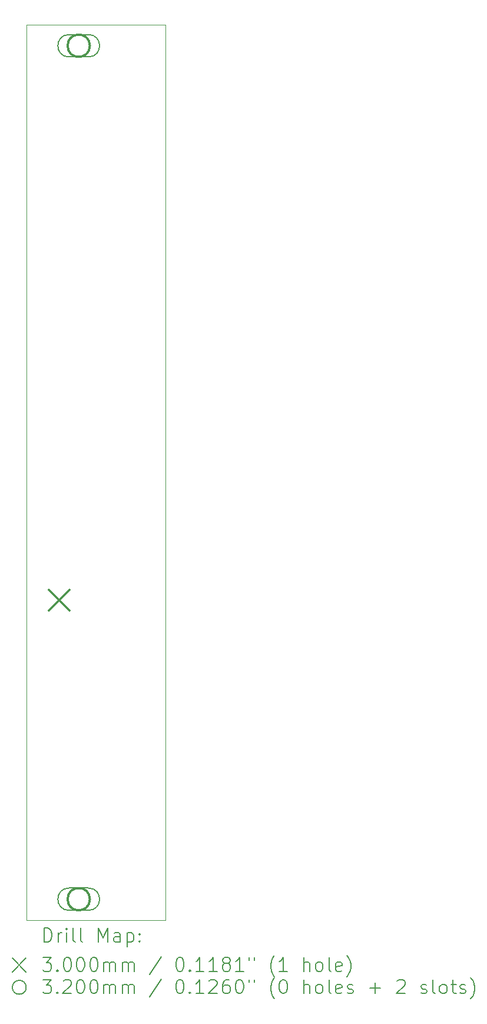
<source format=gbr>
%TF.GenerationSoftware,KiCad,Pcbnew,6.0.11+dfsg-1~bpo11+1*%
%TF.CreationDate,2023-11-22T17:10:05+08:00*%
%TF.ProjectId,MiniAttenuMix - Front,4d696e69-4174-4746-956e-754d6978202d,v0.2*%
%TF.SameCoordinates,Original*%
%TF.FileFunction,Drillmap*%
%TF.FilePolarity,Positive*%
%FSLAX45Y45*%
G04 Gerber Fmt 4.5, Leading zero omitted, Abs format (unit mm)*
G04 Created by KiCad (PCBNEW 6.0.11+dfsg-1~bpo11+1) date 2023-11-22 17:10:05*
%MOMM*%
%LPD*%
G01*
G04 APERTURE LIST*
%ADD10C,0.100000*%
%ADD11C,0.200000*%
%ADD12C,0.300000*%
%ADD13C,0.320000*%
G04 APERTURE END LIST*
D10*
X11000000Y-15850000D02*
X11000000Y-3000000D01*
X13000000Y-15850000D02*
X11000000Y-15850000D01*
X11000000Y-3000000D02*
X13000000Y-3000000D01*
X13000000Y-3000000D02*
X13000000Y-15850000D01*
D11*
D12*
X11320000Y-11110000D02*
X11620000Y-11410000D01*
X11620000Y-11110000D02*
X11320000Y-11410000D01*
D13*
X11910000Y-3300000D02*
G75*
G03*
X11910000Y-3300000I-160000J0D01*
G01*
D11*
X11610000Y-3460000D02*
X11890000Y-3460000D01*
X11610000Y-3140000D02*
X11890000Y-3140000D01*
X11890000Y-3460000D02*
G75*
G03*
X11890000Y-3140000I0J160000D01*
G01*
X11610000Y-3140000D02*
G75*
G03*
X11610000Y-3460000I0J-160000D01*
G01*
D13*
X11910000Y-15550000D02*
G75*
G03*
X11910000Y-15550000I-160000J0D01*
G01*
D11*
X11610000Y-15710000D02*
X11890000Y-15710000D01*
X11610000Y-15390000D02*
X11890000Y-15390000D01*
X11890000Y-15710000D02*
G75*
G03*
X11890000Y-15390000I0J160000D01*
G01*
X11610000Y-15390000D02*
G75*
G03*
X11610000Y-15710000I0J-160000D01*
G01*
X11252619Y-16165476D02*
X11252619Y-15965476D01*
X11300238Y-15965476D01*
X11328809Y-15975000D01*
X11347857Y-15994048D01*
X11357381Y-16013095D01*
X11366905Y-16051190D01*
X11366905Y-16079762D01*
X11357381Y-16117857D01*
X11347857Y-16136905D01*
X11328809Y-16155952D01*
X11300238Y-16165476D01*
X11252619Y-16165476D01*
X11452619Y-16165476D02*
X11452619Y-16032143D01*
X11452619Y-16070238D02*
X11462143Y-16051190D01*
X11471667Y-16041667D01*
X11490714Y-16032143D01*
X11509762Y-16032143D01*
X11576428Y-16165476D02*
X11576428Y-16032143D01*
X11576428Y-15965476D02*
X11566905Y-15975000D01*
X11576428Y-15984524D01*
X11585952Y-15975000D01*
X11576428Y-15965476D01*
X11576428Y-15984524D01*
X11700238Y-16165476D02*
X11681190Y-16155952D01*
X11671667Y-16136905D01*
X11671667Y-15965476D01*
X11805000Y-16165476D02*
X11785952Y-16155952D01*
X11776428Y-16136905D01*
X11776428Y-15965476D01*
X12033571Y-16165476D02*
X12033571Y-15965476D01*
X12100238Y-16108333D01*
X12166905Y-15965476D01*
X12166905Y-16165476D01*
X12347857Y-16165476D02*
X12347857Y-16060714D01*
X12338333Y-16041667D01*
X12319286Y-16032143D01*
X12281190Y-16032143D01*
X12262143Y-16041667D01*
X12347857Y-16155952D02*
X12328809Y-16165476D01*
X12281190Y-16165476D01*
X12262143Y-16155952D01*
X12252619Y-16136905D01*
X12252619Y-16117857D01*
X12262143Y-16098809D01*
X12281190Y-16089286D01*
X12328809Y-16089286D01*
X12347857Y-16079762D01*
X12443095Y-16032143D02*
X12443095Y-16232143D01*
X12443095Y-16041667D02*
X12462143Y-16032143D01*
X12500238Y-16032143D01*
X12519286Y-16041667D01*
X12528809Y-16051190D01*
X12538333Y-16070238D01*
X12538333Y-16127381D01*
X12528809Y-16146428D01*
X12519286Y-16155952D01*
X12500238Y-16165476D01*
X12462143Y-16165476D01*
X12443095Y-16155952D01*
X12624048Y-16146428D02*
X12633571Y-16155952D01*
X12624048Y-16165476D01*
X12614524Y-16155952D01*
X12624048Y-16146428D01*
X12624048Y-16165476D01*
X12624048Y-16041667D02*
X12633571Y-16051190D01*
X12624048Y-16060714D01*
X12614524Y-16051190D01*
X12624048Y-16041667D01*
X12624048Y-16060714D01*
X10795000Y-16395000D02*
X10995000Y-16595000D01*
X10995000Y-16395000D02*
X10795000Y-16595000D01*
X11233571Y-16385476D02*
X11357381Y-16385476D01*
X11290714Y-16461667D01*
X11319286Y-16461667D01*
X11338333Y-16471190D01*
X11347857Y-16480714D01*
X11357381Y-16499762D01*
X11357381Y-16547381D01*
X11347857Y-16566428D01*
X11338333Y-16575952D01*
X11319286Y-16585476D01*
X11262143Y-16585476D01*
X11243095Y-16575952D01*
X11233571Y-16566428D01*
X11443095Y-16566428D02*
X11452619Y-16575952D01*
X11443095Y-16585476D01*
X11433571Y-16575952D01*
X11443095Y-16566428D01*
X11443095Y-16585476D01*
X11576428Y-16385476D02*
X11595476Y-16385476D01*
X11614524Y-16395000D01*
X11624048Y-16404524D01*
X11633571Y-16423571D01*
X11643095Y-16461667D01*
X11643095Y-16509286D01*
X11633571Y-16547381D01*
X11624048Y-16566428D01*
X11614524Y-16575952D01*
X11595476Y-16585476D01*
X11576428Y-16585476D01*
X11557381Y-16575952D01*
X11547857Y-16566428D01*
X11538333Y-16547381D01*
X11528809Y-16509286D01*
X11528809Y-16461667D01*
X11538333Y-16423571D01*
X11547857Y-16404524D01*
X11557381Y-16395000D01*
X11576428Y-16385476D01*
X11766905Y-16385476D02*
X11785952Y-16385476D01*
X11805000Y-16395000D01*
X11814524Y-16404524D01*
X11824048Y-16423571D01*
X11833571Y-16461667D01*
X11833571Y-16509286D01*
X11824048Y-16547381D01*
X11814524Y-16566428D01*
X11805000Y-16575952D01*
X11785952Y-16585476D01*
X11766905Y-16585476D01*
X11747857Y-16575952D01*
X11738333Y-16566428D01*
X11728809Y-16547381D01*
X11719286Y-16509286D01*
X11719286Y-16461667D01*
X11728809Y-16423571D01*
X11738333Y-16404524D01*
X11747857Y-16395000D01*
X11766905Y-16385476D01*
X11957381Y-16385476D02*
X11976428Y-16385476D01*
X11995476Y-16395000D01*
X12005000Y-16404524D01*
X12014524Y-16423571D01*
X12024048Y-16461667D01*
X12024048Y-16509286D01*
X12014524Y-16547381D01*
X12005000Y-16566428D01*
X11995476Y-16575952D01*
X11976428Y-16585476D01*
X11957381Y-16585476D01*
X11938333Y-16575952D01*
X11928809Y-16566428D01*
X11919286Y-16547381D01*
X11909762Y-16509286D01*
X11909762Y-16461667D01*
X11919286Y-16423571D01*
X11928809Y-16404524D01*
X11938333Y-16395000D01*
X11957381Y-16385476D01*
X12109762Y-16585476D02*
X12109762Y-16452143D01*
X12109762Y-16471190D02*
X12119286Y-16461667D01*
X12138333Y-16452143D01*
X12166905Y-16452143D01*
X12185952Y-16461667D01*
X12195476Y-16480714D01*
X12195476Y-16585476D01*
X12195476Y-16480714D02*
X12205000Y-16461667D01*
X12224048Y-16452143D01*
X12252619Y-16452143D01*
X12271667Y-16461667D01*
X12281190Y-16480714D01*
X12281190Y-16585476D01*
X12376428Y-16585476D02*
X12376428Y-16452143D01*
X12376428Y-16471190D02*
X12385952Y-16461667D01*
X12405000Y-16452143D01*
X12433571Y-16452143D01*
X12452619Y-16461667D01*
X12462143Y-16480714D01*
X12462143Y-16585476D01*
X12462143Y-16480714D02*
X12471667Y-16461667D01*
X12490714Y-16452143D01*
X12519286Y-16452143D01*
X12538333Y-16461667D01*
X12547857Y-16480714D01*
X12547857Y-16585476D01*
X12938333Y-16375952D02*
X12766905Y-16633095D01*
X13195476Y-16385476D02*
X13214524Y-16385476D01*
X13233571Y-16395000D01*
X13243095Y-16404524D01*
X13252619Y-16423571D01*
X13262143Y-16461667D01*
X13262143Y-16509286D01*
X13252619Y-16547381D01*
X13243095Y-16566428D01*
X13233571Y-16575952D01*
X13214524Y-16585476D01*
X13195476Y-16585476D01*
X13176428Y-16575952D01*
X13166905Y-16566428D01*
X13157381Y-16547381D01*
X13147857Y-16509286D01*
X13147857Y-16461667D01*
X13157381Y-16423571D01*
X13166905Y-16404524D01*
X13176428Y-16395000D01*
X13195476Y-16385476D01*
X13347857Y-16566428D02*
X13357381Y-16575952D01*
X13347857Y-16585476D01*
X13338333Y-16575952D01*
X13347857Y-16566428D01*
X13347857Y-16585476D01*
X13547857Y-16585476D02*
X13433571Y-16585476D01*
X13490714Y-16585476D02*
X13490714Y-16385476D01*
X13471667Y-16414048D01*
X13452619Y-16433095D01*
X13433571Y-16442619D01*
X13738333Y-16585476D02*
X13624048Y-16585476D01*
X13681190Y-16585476D02*
X13681190Y-16385476D01*
X13662143Y-16414048D01*
X13643095Y-16433095D01*
X13624048Y-16442619D01*
X13852619Y-16471190D02*
X13833571Y-16461667D01*
X13824048Y-16452143D01*
X13814524Y-16433095D01*
X13814524Y-16423571D01*
X13824048Y-16404524D01*
X13833571Y-16395000D01*
X13852619Y-16385476D01*
X13890714Y-16385476D01*
X13909762Y-16395000D01*
X13919286Y-16404524D01*
X13928809Y-16423571D01*
X13928809Y-16433095D01*
X13919286Y-16452143D01*
X13909762Y-16461667D01*
X13890714Y-16471190D01*
X13852619Y-16471190D01*
X13833571Y-16480714D01*
X13824048Y-16490238D01*
X13814524Y-16509286D01*
X13814524Y-16547381D01*
X13824048Y-16566428D01*
X13833571Y-16575952D01*
X13852619Y-16585476D01*
X13890714Y-16585476D01*
X13909762Y-16575952D01*
X13919286Y-16566428D01*
X13928809Y-16547381D01*
X13928809Y-16509286D01*
X13919286Y-16490238D01*
X13909762Y-16480714D01*
X13890714Y-16471190D01*
X14119286Y-16585476D02*
X14005000Y-16585476D01*
X14062143Y-16585476D02*
X14062143Y-16385476D01*
X14043095Y-16414048D01*
X14024048Y-16433095D01*
X14005000Y-16442619D01*
X14195476Y-16385476D02*
X14195476Y-16423571D01*
X14271667Y-16385476D02*
X14271667Y-16423571D01*
X14566905Y-16661667D02*
X14557381Y-16652143D01*
X14538333Y-16623571D01*
X14528809Y-16604524D01*
X14519286Y-16575952D01*
X14509762Y-16528333D01*
X14509762Y-16490238D01*
X14519286Y-16442619D01*
X14528809Y-16414048D01*
X14538333Y-16395000D01*
X14557381Y-16366428D01*
X14566905Y-16356905D01*
X14747857Y-16585476D02*
X14633571Y-16585476D01*
X14690714Y-16585476D02*
X14690714Y-16385476D01*
X14671667Y-16414048D01*
X14652619Y-16433095D01*
X14633571Y-16442619D01*
X14985952Y-16585476D02*
X14985952Y-16385476D01*
X15071667Y-16585476D02*
X15071667Y-16480714D01*
X15062143Y-16461667D01*
X15043095Y-16452143D01*
X15014524Y-16452143D01*
X14995476Y-16461667D01*
X14985952Y-16471190D01*
X15195476Y-16585476D02*
X15176428Y-16575952D01*
X15166905Y-16566428D01*
X15157381Y-16547381D01*
X15157381Y-16490238D01*
X15166905Y-16471190D01*
X15176428Y-16461667D01*
X15195476Y-16452143D01*
X15224048Y-16452143D01*
X15243095Y-16461667D01*
X15252619Y-16471190D01*
X15262143Y-16490238D01*
X15262143Y-16547381D01*
X15252619Y-16566428D01*
X15243095Y-16575952D01*
X15224048Y-16585476D01*
X15195476Y-16585476D01*
X15376428Y-16585476D02*
X15357381Y-16575952D01*
X15347857Y-16556905D01*
X15347857Y-16385476D01*
X15528809Y-16575952D02*
X15509762Y-16585476D01*
X15471667Y-16585476D01*
X15452619Y-16575952D01*
X15443095Y-16556905D01*
X15443095Y-16480714D01*
X15452619Y-16461667D01*
X15471667Y-16452143D01*
X15509762Y-16452143D01*
X15528809Y-16461667D01*
X15538333Y-16480714D01*
X15538333Y-16499762D01*
X15443095Y-16518809D01*
X15605000Y-16661667D02*
X15614524Y-16652143D01*
X15633571Y-16623571D01*
X15643095Y-16604524D01*
X15652619Y-16575952D01*
X15662143Y-16528333D01*
X15662143Y-16490238D01*
X15652619Y-16442619D01*
X15643095Y-16414048D01*
X15633571Y-16395000D01*
X15614524Y-16366428D01*
X15605000Y-16356905D01*
X10995000Y-16815000D02*
G75*
G03*
X10995000Y-16815000I-100000J0D01*
G01*
X11233571Y-16705476D02*
X11357381Y-16705476D01*
X11290714Y-16781667D01*
X11319286Y-16781667D01*
X11338333Y-16791190D01*
X11347857Y-16800714D01*
X11357381Y-16819762D01*
X11357381Y-16867381D01*
X11347857Y-16886429D01*
X11338333Y-16895952D01*
X11319286Y-16905476D01*
X11262143Y-16905476D01*
X11243095Y-16895952D01*
X11233571Y-16886429D01*
X11443095Y-16886429D02*
X11452619Y-16895952D01*
X11443095Y-16905476D01*
X11433571Y-16895952D01*
X11443095Y-16886429D01*
X11443095Y-16905476D01*
X11528809Y-16724524D02*
X11538333Y-16715000D01*
X11557381Y-16705476D01*
X11605000Y-16705476D01*
X11624048Y-16715000D01*
X11633571Y-16724524D01*
X11643095Y-16743571D01*
X11643095Y-16762619D01*
X11633571Y-16791190D01*
X11519286Y-16905476D01*
X11643095Y-16905476D01*
X11766905Y-16705476D02*
X11785952Y-16705476D01*
X11805000Y-16715000D01*
X11814524Y-16724524D01*
X11824048Y-16743571D01*
X11833571Y-16781667D01*
X11833571Y-16829286D01*
X11824048Y-16867381D01*
X11814524Y-16886429D01*
X11805000Y-16895952D01*
X11785952Y-16905476D01*
X11766905Y-16905476D01*
X11747857Y-16895952D01*
X11738333Y-16886429D01*
X11728809Y-16867381D01*
X11719286Y-16829286D01*
X11719286Y-16781667D01*
X11728809Y-16743571D01*
X11738333Y-16724524D01*
X11747857Y-16715000D01*
X11766905Y-16705476D01*
X11957381Y-16705476D02*
X11976428Y-16705476D01*
X11995476Y-16715000D01*
X12005000Y-16724524D01*
X12014524Y-16743571D01*
X12024048Y-16781667D01*
X12024048Y-16829286D01*
X12014524Y-16867381D01*
X12005000Y-16886429D01*
X11995476Y-16895952D01*
X11976428Y-16905476D01*
X11957381Y-16905476D01*
X11938333Y-16895952D01*
X11928809Y-16886429D01*
X11919286Y-16867381D01*
X11909762Y-16829286D01*
X11909762Y-16781667D01*
X11919286Y-16743571D01*
X11928809Y-16724524D01*
X11938333Y-16715000D01*
X11957381Y-16705476D01*
X12109762Y-16905476D02*
X12109762Y-16772143D01*
X12109762Y-16791190D02*
X12119286Y-16781667D01*
X12138333Y-16772143D01*
X12166905Y-16772143D01*
X12185952Y-16781667D01*
X12195476Y-16800714D01*
X12195476Y-16905476D01*
X12195476Y-16800714D02*
X12205000Y-16781667D01*
X12224048Y-16772143D01*
X12252619Y-16772143D01*
X12271667Y-16781667D01*
X12281190Y-16800714D01*
X12281190Y-16905476D01*
X12376428Y-16905476D02*
X12376428Y-16772143D01*
X12376428Y-16791190D02*
X12385952Y-16781667D01*
X12405000Y-16772143D01*
X12433571Y-16772143D01*
X12452619Y-16781667D01*
X12462143Y-16800714D01*
X12462143Y-16905476D01*
X12462143Y-16800714D02*
X12471667Y-16781667D01*
X12490714Y-16772143D01*
X12519286Y-16772143D01*
X12538333Y-16781667D01*
X12547857Y-16800714D01*
X12547857Y-16905476D01*
X12938333Y-16695952D02*
X12766905Y-16953095D01*
X13195476Y-16705476D02*
X13214524Y-16705476D01*
X13233571Y-16715000D01*
X13243095Y-16724524D01*
X13252619Y-16743571D01*
X13262143Y-16781667D01*
X13262143Y-16829286D01*
X13252619Y-16867381D01*
X13243095Y-16886429D01*
X13233571Y-16895952D01*
X13214524Y-16905476D01*
X13195476Y-16905476D01*
X13176428Y-16895952D01*
X13166905Y-16886429D01*
X13157381Y-16867381D01*
X13147857Y-16829286D01*
X13147857Y-16781667D01*
X13157381Y-16743571D01*
X13166905Y-16724524D01*
X13176428Y-16715000D01*
X13195476Y-16705476D01*
X13347857Y-16886429D02*
X13357381Y-16895952D01*
X13347857Y-16905476D01*
X13338333Y-16895952D01*
X13347857Y-16886429D01*
X13347857Y-16905476D01*
X13547857Y-16905476D02*
X13433571Y-16905476D01*
X13490714Y-16905476D02*
X13490714Y-16705476D01*
X13471667Y-16734048D01*
X13452619Y-16753095D01*
X13433571Y-16762619D01*
X13624048Y-16724524D02*
X13633571Y-16715000D01*
X13652619Y-16705476D01*
X13700238Y-16705476D01*
X13719286Y-16715000D01*
X13728809Y-16724524D01*
X13738333Y-16743571D01*
X13738333Y-16762619D01*
X13728809Y-16791190D01*
X13614524Y-16905476D01*
X13738333Y-16905476D01*
X13909762Y-16705476D02*
X13871667Y-16705476D01*
X13852619Y-16715000D01*
X13843095Y-16724524D01*
X13824048Y-16753095D01*
X13814524Y-16791190D01*
X13814524Y-16867381D01*
X13824048Y-16886429D01*
X13833571Y-16895952D01*
X13852619Y-16905476D01*
X13890714Y-16905476D01*
X13909762Y-16895952D01*
X13919286Y-16886429D01*
X13928809Y-16867381D01*
X13928809Y-16819762D01*
X13919286Y-16800714D01*
X13909762Y-16791190D01*
X13890714Y-16781667D01*
X13852619Y-16781667D01*
X13833571Y-16791190D01*
X13824048Y-16800714D01*
X13814524Y-16819762D01*
X14052619Y-16705476D02*
X14071667Y-16705476D01*
X14090714Y-16715000D01*
X14100238Y-16724524D01*
X14109762Y-16743571D01*
X14119286Y-16781667D01*
X14119286Y-16829286D01*
X14109762Y-16867381D01*
X14100238Y-16886429D01*
X14090714Y-16895952D01*
X14071667Y-16905476D01*
X14052619Y-16905476D01*
X14033571Y-16895952D01*
X14024048Y-16886429D01*
X14014524Y-16867381D01*
X14005000Y-16829286D01*
X14005000Y-16781667D01*
X14014524Y-16743571D01*
X14024048Y-16724524D01*
X14033571Y-16715000D01*
X14052619Y-16705476D01*
X14195476Y-16705476D02*
X14195476Y-16743571D01*
X14271667Y-16705476D02*
X14271667Y-16743571D01*
X14566905Y-16981667D02*
X14557381Y-16972143D01*
X14538333Y-16943571D01*
X14528809Y-16924524D01*
X14519286Y-16895952D01*
X14509762Y-16848333D01*
X14509762Y-16810238D01*
X14519286Y-16762619D01*
X14528809Y-16734048D01*
X14538333Y-16715000D01*
X14557381Y-16686428D01*
X14566905Y-16676905D01*
X14681190Y-16705476D02*
X14700238Y-16705476D01*
X14719286Y-16715000D01*
X14728809Y-16724524D01*
X14738333Y-16743571D01*
X14747857Y-16781667D01*
X14747857Y-16829286D01*
X14738333Y-16867381D01*
X14728809Y-16886429D01*
X14719286Y-16895952D01*
X14700238Y-16905476D01*
X14681190Y-16905476D01*
X14662143Y-16895952D01*
X14652619Y-16886429D01*
X14643095Y-16867381D01*
X14633571Y-16829286D01*
X14633571Y-16781667D01*
X14643095Y-16743571D01*
X14652619Y-16724524D01*
X14662143Y-16715000D01*
X14681190Y-16705476D01*
X14985952Y-16905476D02*
X14985952Y-16705476D01*
X15071667Y-16905476D02*
X15071667Y-16800714D01*
X15062143Y-16781667D01*
X15043095Y-16772143D01*
X15014524Y-16772143D01*
X14995476Y-16781667D01*
X14985952Y-16791190D01*
X15195476Y-16905476D02*
X15176428Y-16895952D01*
X15166905Y-16886429D01*
X15157381Y-16867381D01*
X15157381Y-16810238D01*
X15166905Y-16791190D01*
X15176428Y-16781667D01*
X15195476Y-16772143D01*
X15224048Y-16772143D01*
X15243095Y-16781667D01*
X15252619Y-16791190D01*
X15262143Y-16810238D01*
X15262143Y-16867381D01*
X15252619Y-16886429D01*
X15243095Y-16895952D01*
X15224048Y-16905476D01*
X15195476Y-16905476D01*
X15376428Y-16905476D02*
X15357381Y-16895952D01*
X15347857Y-16876905D01*
X15347857Y-16705476D01*
X15528809Y-16895952D02*
X15509762Y-16905476D01*
X15471667Y-16905476D01*
X15452619Y-16895952D01*
X15443095Y-16876905D01*
X15443095Y-16800714D01*
X15452619Y-16781667D01*
X15471667Y-16772143D01*
X15509762Y-16772143D01*
X15528809Y-16781667D01*
X15538333Y-16800714D01*
X15538333Y-16819762D01*
X15443095Y-16838810D01*
X15614524Y-16895952D02*
X15633571Y-16905476D01*
X15671667Y-16905476D01*
X15690714Y-16895952D01*
X15700238Y-16876905D01*
X15700238Y-16867381D01*
X15690714Y-16848333D01*
X15671667Y-16838810D01*
X15643095Y-16838810D01*
X15624048Y-16829286D01*
X15614524Y-16810238D01*
X15614524Y-16800714D01*
X15624048Y-16781667D01*
X15643095Y-16772143D01*
X15671667Y-16772143D01*
X15690714Y-16781667D01*
X15938333Y-16829286D02*
X16090714Y-16829286D01*
X16014524Y-16905476D02*
X16014524Y-16753095D01*
X16328809Y-16724524D02*
X16338333Y-16715000D01*
X16357381Y-16705476D01*
X16405000Y-16705476D01*
X16424048Y-16715000D01*
X16433571Y-16724524D01*
X16443095Y-16743571D01*
X16443095Y-16762619D01*
X16433571Y-16791190D01*
X16319286Y-16905476D01*
X16443095Y-16905476D01*
X16671667Y-16895952D02*
X16690714Y-16905476D01*
X16728809Y-16905476D01*
X16747857Y-16895952D01*
X16757381Y-16876905D01*
X16757381Y-16867381D01*
X16747857Y-16848333D01*
X16728809Y-16838810D01*
X16700238Y-16838810D01*
X16681190Y-16829286D01*
X16671667Y-16810238D01*
X16671667Y-16800714D01*
X16681190Y-16781667D01*
X16700238Y-16772143D01*
X16728809Y-16772143D01*
X16747857Y-16781667D01*
X16871667Y-16905476D02*
X16852619Y-16895952D01*
X16843095Y-16876905D01*
X16843095Y-16705476D01*
X16976429Y-16905476D02*
X16957381Y-16895952D01*
X16947857Y-16886429D01*
X16938333Y-16867381D01*
X16938333Y-16810238D01*
X16947857Y-16791190D01*
X16957381Y-16781667D01*
X16976429Y-16772143D01*
X17005000Y-16772143D01*
X17024048Y-16781667D01*
X17033571Y-16791190D01*
X17043095Y-16810238D01*
X17043095Y-16867381D01*
X17033571Y-16886429D01*
X17024048Y-16895952D01*
X17005000Y-16905476D01*
X16976429Y-16905476D01*
X17100238Y-16772143D02*
X17176429Y-16772143D01*
X17128810Y-16705476D02*
X17128810Y-16876905D01*
X17138333Y-16895952D01*
X17157381Y-16905476D01*
X17176429Y-16905476D01*
X17233571Y-16895952D02*
X17252619Y-16905476D01*
X17290714Y-16905476D01*
X17309762Y-16895952D01*
X17319286Y-16876905D01*
X17319286Y-16867381D01*
X17309762Y-16848333D01*
X17290714Y-16838810D01*
X17262143Y-16838810D01*
X17243095Y-16829286D01*
X17233571Y-16810238D01*
X17233571Y-16800714D01*
X17243095Y-16781667D01*
X17262143Y-16772143D01*
X17290714Y-16772143D01*
X17309762Y-16781667D01*
X17385952Y-16981667D02*
X17395476Y-16972143D01*
X17414524Y-16943571D01*
X17424048Y-16924524D01*
X17433571Y-16895952D01*
X17443095Y-16848333D01*
X17443095Y-16810238D01*
X17433571Y-16762619D01*
X17424048Y-16734048D01*
X17414524Y-16715000D01*
X17395476Y-16686428D01*
X17385952Y-16676905D01*
M02*

</source>
